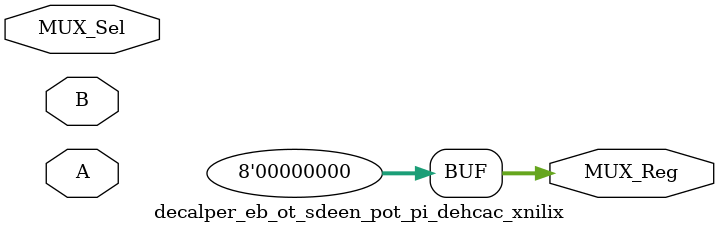
<source format=v>
module decalper_eb_ot_sdeen_pot_pi_dehcac_xnilix(	// file.cleaned.mlir:2:3
  input  [7:0] A,	// file.cleaned.mlir:2:59
               B,	// file.cleaned.mlir:2:71
  input        MUX_Sel,	// file.cleaned.mlir:2:83
  output [7:0] MUX_Reg	// file.cleaned.mlir:2:102
);

  assign MUX_Reg = 8'h0;	// file.cleaned.mlir:3:14, :4:5
endmodule


</source>
